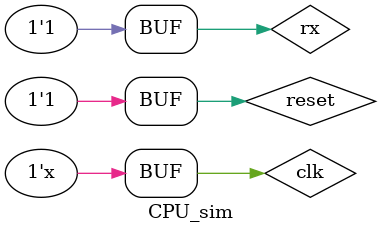
<source format=v>
module CPU_sim;
reg clk,reset;
wire [6:0] digi_out1;
wire [6:0] digi_out2;
wire [6:0] digi_out3;
wire [6:0] digi_out4;
wire [7:0] led;
wire [7:0] switch;
wire tx;
reg rx;
CPU CPU0(clk,reset,digi_out1,digi_out2,digi_out3,digi_out4,led,switch,rx,tx);


initial begin
	clk <= 0;
	reset <= 0;
	rx <= 1;
	#10 reset <= 1;
end

always #10 begin
	clk <= ~clk;
end

always #10 clk <= ~clk;

always begin
	#104166 rx <= 0;
	#104166 rx <= 0;
	#104166 rx <= 0;
	#104166 rx <= 1;
	#104166 rx <= 0;
	#104166 rx <= 0;
	#104166 rx <= 1;
	#104166 rx <= 0;
	#104166 rx <= 0;
	#104166 rx <= 1;
	
	#200000 rx <= 0;
	#104166 rx <= 0;
	#104166 rx <= 0;
	#104166 rx <= 1;
	#104166 rx <= 1;
	#104166 rx <= 0;
	#104166 rx <= 0;
	#104166 rx <= 0;
	#104166 rx <= 0;
	#104166 rx <= 1;
	#104166 rx <= 1;
	#104166 rx <= 1;
end
endmodule
</source>
